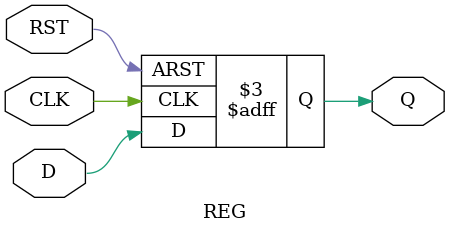
<source format=v>
module REG #(parameter BUS_WIDTH = 1)
(   
    input   wire    [BUS_WIDTH - 1 : 0]     D   ,
    input   wire                            CLK ,
    input   wire                            RST ,
    output  reg     [BUS_WIDTH - 1 : 0]     Q   
);


    always @(posedge CLK, negedge RST) begin
        if(!RST)
            Q   <=  'b0;
        else
            Q   <=  D;
            
    end


endmodule
</source>
